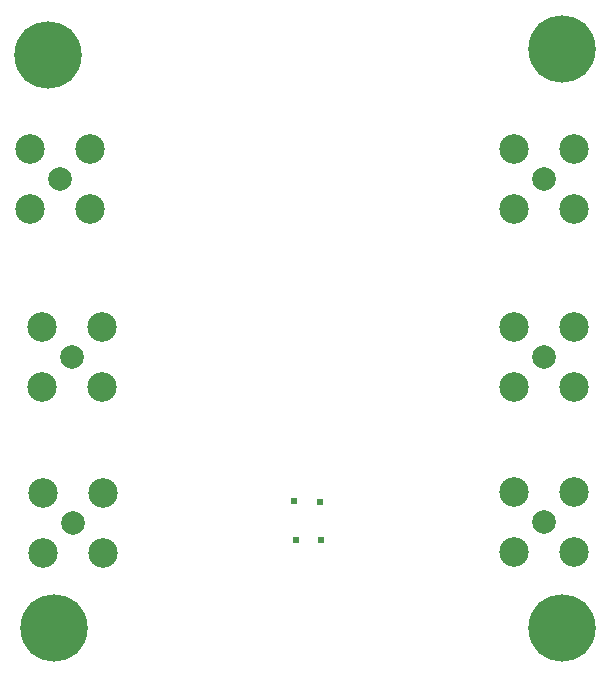
<source format=gbr>
%TF.GenerationSoftware,KiCad,Pcbnew,(6.0.0)*%
%TF.CreationDate,2022-07-22T11:55:08+02:00*%
%TF.ProjectId,aliasing,616c6961-7369-46e6-972e-6b696361645f,rev?*%
%TF.SameCoordinates,Original*%
%TF.FileFunction,Soldermask,Bot*%
%TF.FilePolarity,Negative*%
%FSLAX46Y46*%
G04 Gerber Fmt 4.6, Leading zero omitted, Abs format (unit mm)*
G04 Created by KiCad (PCBNEW (6.0.0)) date 2022-07-22 11:55:08*
%MOMM*%
%LPD*%
G01*
G04 APERTURE LIST*
%ADD10C,0.610000*%
%ADD11C,1.998980*%
%ADD12C,2.499360*%
%ADD13C,5.700000*%
G04 APERTURE END LIST*
D10*
%TO.C,FL1001*%
X159000000Y-80500000D03*
X161100000Y-80500000D03*
X161000000Y-77300000D03*
X158800000Y-77250000D03*
%TD*%
D11*
%TO.C,J1005*%
X180000000Y-50000000D03*
D12*
X177460000Y-47460000D03*
X177460000Y-52540000D03*
X182540000Y-47460000D03*
X182540000Y-52540000D03*
%TD*%
D11*
%TO.C,J1002*%
X139000000Y-50000000D03*
D12*
X141540000Y-52540000D03*
X136460000Y-47460000D03*
X141540000Y-47460000D03*
X136460000Y-52540000D03*
%TD*%
D13*
%TO.C,J1007*%
X181500000Y-39000000D03*
%TD*%
D11*
%TO.C,J1003*%
X140000000Y-65000000D03*
D12*
X142540000Y-67540000D03*
X137460000Y-67540000D03*
X137460000Y-62460000D03*
X142540000Y-62460000D03*
%TD*%
D13*
%TO.C,J1008*%
X181500000Y-88000000D03*
%TD*%
%TO.C,J1009*%
X138500000Y-88000000D03*
%TD*%
D11*
%TO.C,J1001*%
X140071044Y-79080000D03*
D12*
X137531044Y-81620000D03*
X142611044Y-76540000D03*
X137531044Y-76540000D03*
X142611044Y-81620000D03*
%TD*%
D13*
%TO.C,J1010*%
X138000000Y-39500000D03*
%TD*%
D11*
%TO.C,J1006*%
X180000000Y-65000000D03*
D12*
X177460000Y-62460000D03*
X182540000Y-67540000D03*
X177460000Y-67540000D03*
X182540000Y-62460000D03*
%TD*%
D11*
%TO.C,J1004*%
X180000000Y-79000000D03*
D12*
X177460000Y-76460000D03*
X177460000Y-81540000D03*
X182540000Y-81540000D03*
X182540000Y-76460000D03*
%TD*%
M02*

</source>
